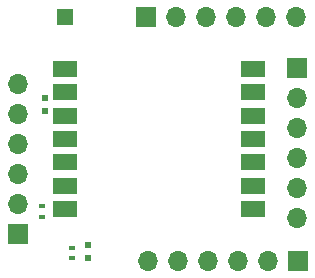
<source format=gts>
G04 #@! TF.GenerationSoftware,KiCad,Pcbnew,no-vcs-found-342f28f~58~ubuntu16.04.1*
G04 #@! TF.CreationDate,2017-05-04T11:09:12+03:00*
G04 #@! TF.ProjectId,minimal_node_rfm69w,6D696E696D616C5F6E6F64655F72666D,rev?*
G04 #@! TF.FileFunction,Soldermask,Top*
G04 #@! TF.FilePolarity,Negative*
%FSLAX46Y46*%
G04 Gerber Fmt 4.6, Leading zero omitted, Abs format (unit mm)*
G04 Created by KiCad (PCBNEW no-vcs-found-342f28f~58~ubuntu16.04.1) date Thu May  4 11:09:12 2017*
%MOMM*%
%LPD*%
G01*
G04 APERTURE LIST*
%ADD10C,0.100000*%
%ADD11R,1.350000X1.350000*%
%ADD12R,0.500000X0.600000*%
%ADD13R,1.700000X1.700000*%
%ADD14O,1.700000X1.700000*%
%ADD15R,0.600000X0.400000*%
%ADD16R,1.998980X1.399540*%
G04 APERTURE END LIST*
D10*
D11*
X141200000Y-50300000D03*
D12*
X143200000Y-70750000D03*
X143200000Y-69650000D03*
X139500000Y-58250000D03*
X139500000Y-57150000D03*
D13*
X137200000Y-68680000D03*
D14*
X137200000Y-66140000D03*
X137200000Y-63600000D03*
X137200000Y-61060000D03*
X137200000Y-58520000D03*
X137200000Y-55980000D03*
D13*
X160900000Y-54640000D03*
D14*
X160900000Y-57180000D03*
X160900000Y-59720000D03*
X160900000Y-62260000D03*
X160900000Y-64800000D03*
X160900000Y-67340000D03*
X148220000Y-71000000D03*
X150760000Y-71000000D03*
X153300000Y-71000000D03*
X155840000Y-71000000D03*
X158380000Y-71000000D03*
D13*
X160920000Y-71000000D03*
D14*
X160780000Y-50300000D03*
X158240000Y-50300000D03*
X155700000Y-50300000D03*
X153160000Y-50300000D03*
X150620000Y-50300000D03*
D13*
X148080000Y-50300000D03*
D15*
X141800000Y-70750000D03*
X141800000Y-69850000D03*
X139300000Y-66350000D03*
X139300000Y-67250000D03*
D16*
X141247485Y-54696443D03*
X141219545Y-56697963D03*
X141219545Y-58696943D03*
X141219545Y-60647663D03*
X141219545Y-62598383D03*
X141219545Y-64597363D03*
X141219545Y-66598883D03*
X157119945Y-66598883D03*
X157119945Y-64597363D03*
X157119945Y-62598383D03*
X157119945Y-60647663D03*
X157119945Y-58696943D03*
X157119945Y-56697963D03*
X157119945Y-54696443D03*
M02*

</source>
